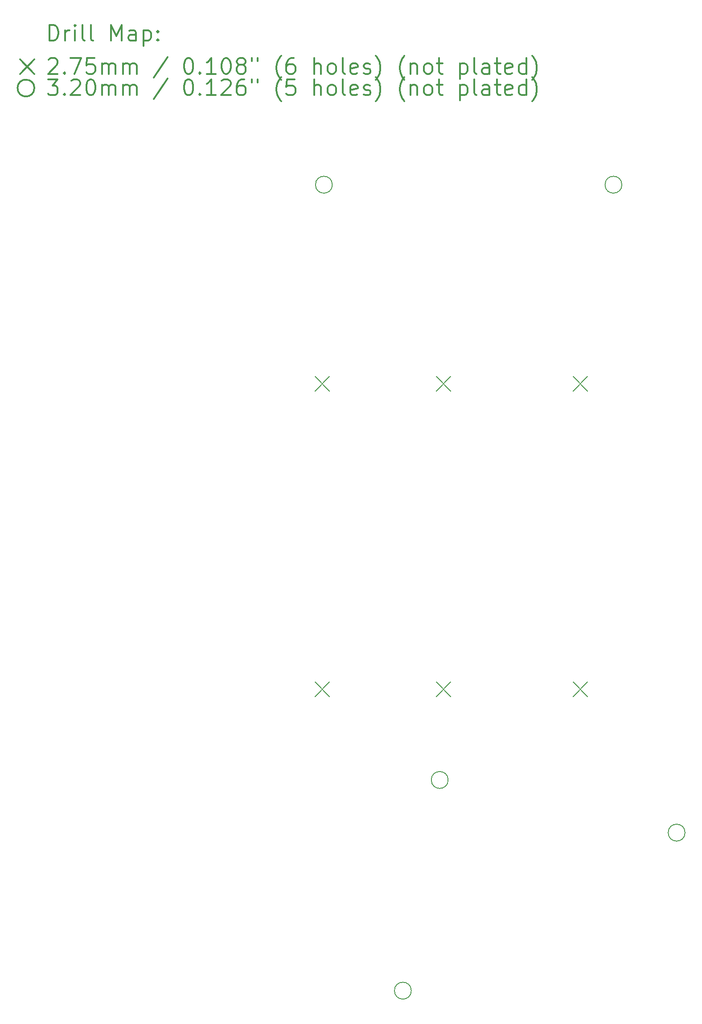
<source format=gbr>
%FSLAX45Y45*%
G04 Gerber Fmt 4.5, Leading zero omitted, Abs format (unit mm)*
G04 Created by KiCad (PCBNEW 5.1.9) date 2021-06-11 19:49:45*
%MOMM*%
%LPD*%
G01*
G04 APERTURE LIST*
%ADD10C,0.200000*%
%ADD11C,0.300000*%
G04 APERTURE END LIST*
D10*
X5332500Y-6842500D02*
X5607500Y-7117500D01*
X5607500Y-6842500D02*
X5332500Y-7117500D01*
X5332500Y-12642500D02*
X5607500Y-12917500D01*
X5607500Y-12642500D02*
X5332500Y-12917500D01*
X7632500Y-6842500D02*
X7907500Y-7117500D01*
X7907500Y-6842500D02*
X7632500Y-7117500D01*
X7632500Y-12642500D02*
X7907500Y-12917500D01*
X7907500Y-12642500D02*
X7632500Y-12917500D01*
X10232500Y-6842500D02*
X10507500Y-7117500D01*
X10507500Y-6842500D02*
X10232500Y-7117500D01*
X10232500Y-12642500D02*
X10507500Y-12917500D01*
X10507500Y-12642500D02*
X10232500Y-12917500D01*
X5660000Y-3200000D02*
G75*
G03*
X5660000Y-3200000I-160000J0D01*
G01*
X7160000Y-18500000D02*
G75*
G03*
X7160000Y-18500000I-160000J0D01*
G01*
X7860000Y-14500000D02*
G75*
G03*
X7860000Y-14500000I-160000J0D01*
G01*
X11160000Y-3200000D02*
G75*
G03*
X11160000Y-3200000I-160000J0D01*
G01*
X12360000Y-15500000D02*
G75*
G03*
X12360000Y-15500000I-160000J0D01*
G01*
D11*
X286429Y-465714D02*
X286429Y-165714D01*
X357857Y-165714D01*
X400714Y-180000D01*
X429286Y-208571D01*
X443571Y-237143D01*
X457857Y-294286D01*
X457857Y-337143D01*
X443571Y-394286D01*
X429286Y-422857D01*
X400714Y-451428D01*
X357857Y-465714D01*
X286429Y-465714D01*
X586429Y-465714D02*
X586429Y-265714D01*
X586429Y-322857D02*
X600714Y-294286D01*
X615000Y-280000D01*
X643571Y-265714D01*
X672143Y-265714D01*
X772143Y-465714D02*
X772143Y-265714D01*
X772143Y-165714D02*
X757857Y-180000D01*
X772143Y-194286D01*
X786428Y-180000D01*
X772143Y-165714D01*
X772143Y-194286D01*
X957857Y-465714D02*
X929286Y-451428D01*
X915000Y-422857D01*
X915000Y-165714D01*
X1115000Y-465714D02*
X1086429Y-451428D01*
X1072143Y-422857D01*
X1072143Y-165714D01*
X1457857Y-465714D02*
X1457857Y-165714D01*
X1557857Y-380000D01*
X1657857Y-165714D01*
X1657857Y-465714D01*
X1929286Y-465714D02*
X1929286Y-308571D01*
X1915000Y-280000D01*
X1886428Y-265714D01*
X1829286Y-265714D01*
X1800714Y-280000D01*
X1929286Y-451428D02*
X1900714Y-465714D01*
X1829286Y-465714D01*
X1800714Y-451428D01*
X1786428Y-422857D01*
X1786428Y-394286D01*
X1800714Y-365714D01*
X1829286Y-351428D01*
X1900714Y-351428D01*
X1929286Y-337143D01*
X2072143Y-265714D02*
X2072143Y-565714D01*
X2072143Y-280000D02*
X2100714Y-265714D01*
X2157857Y-265714D01*
X2186429Y-280000D01*
X2200714Y-294286D01*
X2215000Y-322857D01*
X2215000Y-408571D01*
X2200714Y-437143D01*
X2186429Y-451428D01*
X2157857Y-465714D01*
X2100714Y-465714D01*
X2072143Y-451428D01*
X2343571Y-437143D02*
X2357857Y-451428D01*
X2343571Y-465714D01*
X2329286Y-451428D01*
X2343571Y-437143D01*
X2343571Y-465714D01*
X2343571Y-280000D02*
X2357857Y-294286D01*
X2343571Y-308571D01*
X2329286Y-294286D01*
X2343571Y-280000D01*
X2343571Y-308571D01*
X-275000Y-822500D02*
X0Y-1097500D01*
X0Y-822500D02*
X-275000Y-1097500D01*
X272143Y-824286D02*
X286429Y-810000D01*
X315000Y-795714D01*
X386428Y-795714D01*
X415000Y-810000D01*
X429286Y-824286D01*
X443571Y-852857D01*
X443571Y-881428D01*
X429286Y-924286D01*
X257857Y-1095714D01*
X443571Y-1095714D01*
X572143Y-1067143D02*
X586429Y-1081429D01*
X572143Y-1095714D01*
X557857Y-1081429D01*
X572143Y-1067143D01*
X572143Y-1095714D01*
X686429Y-795714D02*
X886428Y-795714D01*
X757857Y-1095714D01*
X1143571Y-795714D02*
X1000714Y-795714D01*
X986428Y-938571D01*
X1000714Y-924286D01*
X1029286Y-910000D01*
X1100714Y-910000D01*
X1129286Y-924286D01*
X1143571Y-938571D01*
X1157857Y-967143D01*
X1157857Y-1038571D01*
X1143571Y-1067143D01*
X1129286Y-1081429D01*
X1100714Y-1095714D01*
X1029286Y-1095714D01*
X1000714Y-1081429D01*
X986428Y-1067143D01*
X1286429Y-1095714D02*
X1286429Y-895714D01*
X1286429Y-924286D02*
X1300714Y-910000D01*
X1329286Y-895714D01*
X1372143Y-895714D01*
X1400714Y-910000D01*
X1415000Y-938571D01*
X1415000Y-1095714D01*
X1415000Y-938571D02*
X1429286Y-910000D01*
X1457857Y-895714D01*
X1500714Y-895714D01*
X1529286Y-910000D01*
X1543571Y-938571D01*
X1543571Y-1095714D01*
X1686428Y-1095714D02*
X1686428Y-895714D01*
X1686428Y-924286D02*
X1700714Y-910000D01*
X1729286Y-895714D01*
X1772143Y-895714D01*
X1800714Y-910000D01*
X1815000Y-938571D01*
X1815000Y-1095714D01*
X1815000Y-938571D02*
X1829286Y-910000D01*
X1857857Y-895714D01*
X1900714Y-895714D01*
X1929286Y-910000D01*
X1943571Y-938571D01*
X1943571Y-1095714D01*
X2529286Y-781428D02*
X2272143Y-1167143D01*
X2915000Y-795714D02*
X2943571Y-795714D01*
X2972143Y-810000D01*
X2986428Y-824286D01*
X3000714Y-852857D01*
X3015000Y-910000D01*
X3015000Y-981428D01*
X3000714Y-1038571D01*
X2986428Y-1067143D01*
X2972143Y-1081429D01*
X2943571Y-1095714D01*
X2915000Y-1095714D01*
X2886428Y-1081429D01*
X2872143Y-1067143D01*
X2857857Y-1038571D01*
X2843571Y-981428D01*
X2843571Y-910000D01*
X2857857Y-852857D01*
X2872143Y-824286D01*
X2886428Y-810000D01*
X2915000Y-795714D01*
X3143571Y-1067143D02*
X3157857Y-1081429D01*
X3143571Y-1095714D01*
X3129286Y-1081429D01*
X3143571Y-1067143D01*
X3143571Y-1095714D01*
X3443571Y-1095714D02*
X3272143Y-1095714D01*
X3357857Y-1095714D02*
X3357857Y-795714D01*
X3329286Y-838571D01*
X3300714Y-867143D01*
X3272143Y-881428D01*
X3629286Y-795714D02*
X3657857Y-795714D01*
X3686428Y-810000D01*
X3700714Y-824286D01*
X3715000Y-852857D01*
X3729286Y-910000D01*
X3729286Y-981428D01*
X3715000Y-1038571D01*
X3700714Y-1067143D01*
X3686428Y-1081429D01*
X3657857Y-1095714D01*
X3629286Y-1095714D01*
X3600714Y-1081429D01*
X3586428Y-1067143D01*
X3572143Y-1038571D01*
X3557857Y-981428D01*
X3557857Y-910000D01*
X3572143Y-852857D01*
X3586428Y-824286D01*
X3600714Y-810000D01*
X3629286Y-795714D01*
X3900714Y-924286D02*
X3872143Y-910000D01*
X3857857Y-895714D01*
X3843571Y-867143D01*
X3843571Y-852857D01*
X3857857Y-824286D01*
X3872143Y-810000D01*
X3900714Y-795714D01*
X3957857Y-795714D01*
X3986428Y-810000D01*
X4000714Y-824286D01*
X4015000Y-852857D01*
X4015000Y-867143D01*
X4000714Y-895714D01*
X3986428Y-910000D01*
X3957857Y-924286D01*
X3900714Y-924286D01*
X3872143Y-938571D01*
X3857857Y-952857D01*
X3843571Y-981428D01*
X3843571Y-1038571D01*
X3857857Y-1067143D01*
X3872143Y-1081429D01*
X3900714Y-1095714D01*
X3957857Y-1095714D01*
X3986428Y-1081429D01*
X4000714Y-1067143D01*
X4015000Y-1038571D01*
X4015000Y-981428D01*
X4000714Y-952857D01*
X3986428Y-938571D01*
X3957857Y-924286D01*
X4129286Y-795714D02*
X4129286Y-852857D01*
X4243571Y-795714D02*
X4243571Y-852857D01*
X4686429Y-1210000D02*
X4672143Y-1195714D01*
X4643571Y-1152857D01*
X4629286Y-1124286D01*
X4615000Y-1081429D01*
X4600714Y-1010000D01*
X4600714Y-952857D01*
X4615000Y-881428D01*
X4629286Y-838571D01*
X4643571Y-810000D01*
X4672143Y-767143D01*
X4686429Y-752857D01*
X4929286Y-795714D02*
X4872143Y-795714D01*
X4843571Y-810000D01*
X4829286Y-824286D01*
X4800714Y-867143D01*
X4786429Y-924286D01*
X4786429Y-1038571D01*
X4800714Y-1067143D01*
X4815000Y-1081429D01*
X4843571Y-1095714D01*
X4900714Y-1095714D01*
X4929286Y-1081429D01*
X4943571Y-1067143D01*
X4957857Y-1038571D01*
X4957857Y-967143D01*
X4943571Y-938571D01*
X4929286Y-924286D01*
X4900714Y-910000D01*
X4843571Y-910000D01*
X4815000Y-924286D01*
X4800714Y-938571D01*
X4786429Y-967143D01*
X5315000Y-1095714D02*
X5315000Y-795714D01*
X5443571Y-1095714D02*
X5443571Y-938571D01*
X5429286Y-910000D01*
X5400714Y-895714D01*
X5357857Y-895714D01*
X5329286Y-910000D01*
X5315000Y-924286D01*
X5629286Y-1095714D02*
X5600714Y-1081429D01*
X5586429Y-1067143D01*
X5572143Y-1038571D01*
X5572143Y-952857D01*
X5586429Y-924286D01*
X5600714Y-910000D01*
X5629286Y-895714D01*
X5672143Y-895714D01*
X5700714Y-910000D01*
X5715000Y-924286D01*
X5729286Y-952857D01*
X5729286Y-1038571D01*
X5715000Y-1067143D01*
X5700714Y-1081429D01*
X5672143Y-1095714D01*
X5629286Y-1095714D01*
X5900714Y-1095714D02*
X5872143Y-1081429D01*
X5857857Y-1052857D01*
X5857857Y-795714D01*
X6129286Y-1081429D02*
X6100714Y-1095714D01*
X6043571Y-1095714D01*
X6015000Y-1081429D01*
X6000714Y-1052857D01*
X6000714Y-938571D01*
X6015000Y-910000D01*
X6043571Y-895714D01*
X6100714Y-895714D01*
X6129286Y-910000D01*
X6143571Y-938571D01*
X6143571Y-967143D01*
X6000714Y-995714D01*
X6257857Y-1081429D02*
X6286428Y-1095714D01*
X6343571Y-1095714D01*
X6372143Y-1081429D01*
X6386428Y-1052857D01*
X6386428Y-1038571D01*
X6372143Y-1010000D01*
X6343571Y-995714D01*
X6300714Y-995714D01*
X6272143Y-981428D01*
X6257857Y-952857D01*
X6257857Y-938571D01*
X6272143Y-910000D01*
X6300714Y-895714D01*
X6343571Y-895714D01*
X6372143Y-910000D01*
X6486428Y-1210000D02*
X6500714Y-1195714D01*
X6529286Y-1152857D01*
X6543571Y-1124286D01*
X6557857Y-1081429D01*
X6572143Y-1010000D01*
X6572143Y-952857D01*
X6557857Y-881428D01*
X6543571Y-838571D01*
X6529286Y-810000D01*
X6500714Y-767143D01*
X6486428Y-752857D01*
X7029286Y-1210000D02*
X7015000Y-1195714D01*
X6986428Y-1152857D01*
X6972143Y-1124286D01*
X6957857Y-1081429D01*
X6943571Y-1010000D01*
X6943571Y-952857D01*
X6957857Y-881428D01*
X6972143Y-838571D01*
X6986428Y-810000D01*
X7015000Y-767143D01*
X7029286Y-752857D01*
X7143571Y-895714D02*
X7143571Y-1095714D01*
X7143571Y-924286D02*
X7157857Y-910000D01*
X7186428Y-895714D01*
X7229286Y-895714D01*
X7257857Y-910000D01*
X7272143Y-938571D01*
X7272143Y-1095714D01*
X7457857Y-1095714D02*
X7429286Y-1081429D01*
X7415000Y-1067143D01*
X7400714Y-1038571D01*
X7400714Y-952857D01*
X7415000Y-924286D01*
X7429286Y-910000D01*
X7457857Y-895714D01*
X7500714Y-895714D01*
X7529286Y-910000D01*
X7543571Y-924286D01*
X7557857Y-952857D01*
X7557857Y-1038571D01*
X7543571Y-1067143D01*
X7529286Y-1081429D01*
X7500714Y-1095714D01*
X7457857Y-1095714D01*
X7643571Y-895714D02*
X7757857Y-895714D01*
X7686428Y-795714D02*
X7686428Y-1052857D01*
X7700714Y-1081429D01*
X7729286Y-1095714D01*
X7757857Y-1095714D01*
X8086428Y-895714D02*
X8086428Y-1195714D01*
X8086428Y-910000D02*
X8115000Y-895714D01*
X8172143Y-895714D01*
X8200714Y-910000D01*
X8215000Y-924286D01*
X8229286Y-952857D01*
X8229286Y-1038571D01*
X8215000Y-1067143D01*
X8200714Y-1081429D01*
X8172143Y-1095714D01*
X8115000Y-1095714D01*
X8086428Y-1081429D01*
X8400714Y-1095714D02*
X8372143Y-1081429D01*
X8357857Y-1052857D01*
X8357857Y-795714D01*
X8643571Y-1095714D02*
X8643571Y-938571D01*
X8629286Y-910000D01*
X8600714Y-895714D01*
X8543571Y-895714D01*
X8515000Y-910000D01*
X8643571Y-1081429D02*
X8615000Y-1095714D01*
X8543571Y-1095714D01*
X8515000Y-1081429D01*
X8500714Y-1052857D01*
X8500714Y-1024286D01*
X8515000Y-995714D01*
X8543571Y-981428D01*
X8615000Y-981428D01*
X8643571Y-967143D01*
X8743571Y-895714D02*
X8857857Y-895714D01*
X8786429Y-795714D02*
X8786429Y-1052857D01*
X8800714Y-1081429D01*
X8829286Y-1095714D01*
X8857857Y-1095714D01*
X9072143Y-1081429D02*
X9043571Y-1095714D01*
X8986429Y-1095714D01*
X8957857Y-1081429D01*
X8943571Y-1052857D01*
X8943571Y-938571D01*
X8957857Y-910000D01*
X8986429Y-895714D01*
X9043571Y-895714D01*
X9072143Y-910000D01*
X9086429Y-938571D01*
X9086429Y-967143D01*
X8943571Y-995714D01*
X9343571Y-1095714D02*
X9343571Y-795714D01*
X9343571Y-1081429D02*
X9315000Y-1095714D01*
X9257857Y-1095714D01*
X9229286Y-1081429D01*
X9215000Y-1067143D01*
X9200714Y-1038571D01*
X9200714Y-952857D01*
X9215000Y-924286D01*
X9229286Y-910000D01*
X9257857Y-895714D01*
X9315000Y-895714D01*
X9343571Y-910000D01*
X9457857Y-1210000D02*
X9472143Y-1195714D01*
X9500714Y-1152857D01*
X9515000Y-1124286D01*
X9529286Y-1081429D01*
X9543571Y-1010000D01*
X9543571Y-952857D01*
X9529286Y-881428D01*
X9515000Y-838571D01*
X9500714Y-810000D01*
X9472143Y-767143D01*
X9457857Y-752857D01*
X0Y-1365000D02*
G75*
G03*
X0Y-1365000I-160000J0D01*
G01*
X257857Y-1200714D02*
X443571Y-1200714D01*
X343571Y-1315000D01*
X386428Y-1315000D01*
X415000Y-1329286D01*
X429286Y-1343571D01*
X443571Y-1372143D01*
X443571Y-1443571D01*
X429286Y-1472143D01*
X415000Y-1486428D01*
X386428Y-1500714D01*
X300714Y-1500714D01*
X272143Y-1486428D01*
X257857Y-1472143D01*
X572143Y-1472143D02*
X586429Y-1486428D01*
X572143Y-1500714D01*
X557857Y-1486428D01*
X572143Y-1472143D01*
X572143Y-1500714D01*
X700714Y-1229286D02*
X715000Y-1215000D01*
X743571Y-1200714D01*
X815000Y-1200714D01*
X843571Y-1215000D01*
X857857Y-1229286D01*
X872143Y-1257857D01*
X872143Y-1286429D01*
X857857Y-1329286D01*
X686429Y-1500714D01*
X872143Y-1500714D01*
X1057857Y-1200714D02*
X1086429Y-1200714D01*
X1115000Y-1215000D01*
X1129286Y-1229286D01*
X1143571Y-1257857D01*
X1157857Y-1315000D01*
X1157857Y-1386429D01*
X1143571Y-1443571D01*
X1129286Y-1472143D01*
X1115000Y-1486428D01*
X1086429Y-1500714D01*
X1057857Y-1500714D01*
X1029286Y-1486428D01*
X1015000Y-1472143D01*
X1000714Y-1443571D01*
X986428Y-1386429D01*
X986428Y-1315000D01*
X1000714Y-1257857D01*
X1015000Y-1229286D01*
X1029286Y-1215000D01*
X1057857Y-1200714D01*
X1286429Y-1500714D02*
X1286429Y-1300714D01*
X1286429Y-1329286D02*
X1300714Y-1315000D01*
X1329286Y-1300714D01*
X1372143Y-1300714D01*
X1400714Y-1315000D01*
X1415000Y-1343571D01*
X1415000Y-1500714D01*
X1415000Y-1343571D02*
X1429286Y-1315000D01*
X1457857Y-1300714D01*
X1500714Y-1300714D01*
X1529286Y-1315000D01*
X1543571Y-1343571D01*
X1543571Y-1500714D01*
X1686428Y-1500714D02*
X1686428Y-1300714D01*
X1686428Y-1329286D02*
X1700714Y-1315000D01*
X1729286Y-1300714D01*
X1772143Y-1300714D01*
X1800714Y-1315000D01*
X1815000Y-1343571D01*
X1815000Y-1500714D01*
X1815000Y-1343571D02*
X1829286Y-1315000D01*
X1857857Y-1300714D01*
X1900714Y-1300714D01*
X1929286Y-1315000D01*
X1943571Y-1343571D01*
X1943571Y-1500714D01*
X2529286Y-1186429D02*
X2272143Y-1572143D01*
X2915000Y-1200714D02*
X2943571Y-1200714D01*
X2972143Y-1215000D01*
X2986428Y-1229286D01*
X3000714Y-1257857D01*
X3015000Y-1315000D01*
X3015000Y-1386429D01*
X3000714Y-1443571D01*
X2986428Y-1472143D01*
X2972143Y-1486428D01*
X2943571Y-1500714D01*
X2915000Y-1500714D01*
X2886428Y-1486428D01*
X2872143Y-1472143D01*
X2857857Y-1443571D01*
X2843571Y-1386429D01*
X2843571Y-1315000D01*
X2857857Y-1257857D01*
X2872143Y-1229286D01*
X2886428Y-1215000D01*
X2915000Y-1200714D01*
X3143571Y-1472143D02*
X3157857Y-1486428D01*
X3143571Y-1500714D01*
X3129286Y-1486428D01*
X3143571Y-1472143D01*
X3143571Y-1500714D01*
X3443571Y-1500714D02*
X3272143Y-1500714D01*
X3357857Y-1500714D02*
X3357857Y-1200714D01*
X3329286Y-1243571D01*
X3300714Y-1272143D01*
X3272143Y-1286429D01*
X3557857Y-1229286D02*
X3572143Y-1215000D01*
X3600714Y-1200714D01*
X3672143Y-1200714D01*
X3700714Y-1215000D01*
X3715000Y-1229286D01*
X3729286Y-1257857D01*
X3729286Y-1286429D01*
X3715000Y-1329286D01*
X3543571Y-1500714D01*
X3729286Y-1500714D01*
X3986428Y-1200714D02*
X3929286Y-1200714D01*
X3900714Y-1215000D01*
X3886428Y-1229286D01*
X3857857Y-1272143D01*
X3843571Y-1329286D01*
X3843571Y-1443571D01*
X3857857Y-1472143D01*
X3872143Y-1486428D01*
X3900714Y-1500714D01*
X3957857Y-1500714D01*
X3986428Y-1486428D01*
X4000714Y-1472143D01*
X4015000Y-1443571D01*
X4015000Y-1372143D01*
X4000714Y-1343571D01*
X3986428Y-1329286D01*
X3957857Y-1315000D01*
X3900714Y-1315000D01*
X3872143Y-1329286D01*
X3857857Y-1343571D01*
X3843571Y-1372143D01*
X4129286Y-1200714D02*
X4129286Y-1257857D01*
X4243571Y-1200714D02*
X4243571Y-1257857D01*
X4686429Y-1615000D02*
X4672143Y-1600714D01*
X4643571Y-1557857D01*
X4629286Y-1529286D01*
X4615000Y-1486428D01*
X4600714Y-1415000D01*
X4600714Y-1357857D01*
X4615000Y-1286429D01*
X4629286Y-1243571D01*
X4643571Y-1215000D01*
X4672143Y-1172143D01*
X4686429Y-1157857D01*
X4943571Y-1200714D02*
X4800714Y-1200714D01*
X4786429Y-1343571D01*
X4800714Y-1329286D01*
X4829286Y-1315000D01*
X4900714Y-1315000D01*
X4929286Y-1329286D01*
X4943571Y-1343571D01*
X4957857Y-1372143D01*
X4957857Y-1443571D01*
X4943571Y-1472143D01*
X4929286Y-1486428D01*
X4900714Y-1500714D01*
X4829286Y-1500714D01*
X4800714Y-1486428D01*
X4786429Y-1472143D01*
X5315000Y-1500714D02*
X5315000Y-1200714D01*
X5443571Y-1500714D02*
X5443571Y-1343571D01*
X5429286Y-1315000D01*
X5400714Y-1300714D01*
X5357857Y-1300714D01*
X5329286Y-1315000D01*
X5315000Y-1329286D01*
X5629286Y-1500714D02*
X5600714Y-1486428D01*
X5586429Y-1472143D01*
X5572143Y-1443571D01*
X5572143Y-1357857D01*
X5586429Y-1329286D01*
X5600714Y-1315000D01*
X5629286Y-1300714D01*
X5672143Y-1300714D01*
X5700714Y-1315000D01*
X5715000Y-1329286D01*
X5729286Y-1357857D01*
X5729286Y-1443571D01*
X5715000Y-1472143D01*
X5700714Y-1486428D01*
X5672143Y-1500714D01*
X5629286Y-1500714D01*
X5900714Y-1500714D02*
X5872143Y-1486428D01*
X5857857Y-1457857D01*
X5857857Y-1200714D01*
X6129286Y-1486428D02*
X6100714Y-1500714D01*
X6043571Y-1500714D01*
X6015000Y-1486428D01*
X6000714Y-1457857D01*
X6000714Y-1343571D01*
X6015000Y-1315000D01*
X6043571Y-1300714D01*
X6100714Y-1300714D01*
X6129286Y-1315000D01*
X6143571Y-1343571D01*
X6143571Y-1372143D01*
X6000714Y-1400714D01*
X6257857Y-1486428D02*
X6286428Y-1500714D01*
X6343571Y-1500714D01*
X6372143Y-1486428D01*
X6386428Y-1457857D01*
X6386428Y-1443571D01*
X6372143Y-1415000D01*
X6343571Y-1400714D01*
X6300714Y-1400714D01*
X6272143Y-1386429D01*
X6257857Y-1357857D01*
X6257857Y-1343571D01*
X6272143Y-1315000D01*
X6300714Y-1300714D01*
X6343571Y-1300714D01*
X6372143Y-1315000D01*
X6486428Y-1615000D02*
X6500714Y-1600714D01*
X6529286Y-1557857D01*
X6543571Y-1529286D01*
X6557857Y-1486428D01*
X6572143Y-1415000D01*
X6572143Y-1357857D01*
X6557857Y-1286429D01*
X6543571Y-1243571D01*
X6529286Y-1215000D01*
X6500714Y-1172143D01*
X6486428Y-1157857D01*
X7029286Y-1615000D02*
X7015000Y-1600714D01*
X6986428Y-1557857D01*
X6972143Y-1529286D01*
X6957857Y-1486428D01*
X6943571Y-1415000D01*
X6943571Y-1357857D01*
X6957857Y-1286429D01*
X6972143Y-1243571D01*
X6986428Y-1215000D01*
X7015000Y-1172143D01*
X7029286Y-1157857D01*
X7143571Y-1300714D02*
X7143571Y-1500714D01*
X7143571Y-1329286D02*
X7157857Y-1315000D01*
X7186428Y-1300714D01*
X7229286Y-1300714D01*
X7257857Y-1315000D01*
X7272143Y-1343571D01*
X7272143Y-1500714D01*
X7457857Y-1500714D02*
X7429286Y-1486428D01*
X7415000Y-1472143D01*
X7400714Y-1443571D01*
X7400714Y-1357857D01*
X7415000Y-1329286D01*
X7429286Y-1315000D01*
X7457857Y-1300714D01*
X7500714Y-1300714D01*
X7529286Y-1315000D01*
X7543571Y-1329286D01*
X7557857Y-1357857D01*
X7557857Y-1443571D01*
X7543571Y-1472143D01*
X7529286Y-1486428D01*
X7500714Y-1500714D01*
X7457857Y-1500714D01*
X7643571Y-1300714D02*
X7757857Y-1300714D01*
X7686428Y-1200714D02*
X7686428Y-1457857D01*
X7700714Y-1486428D01*
X7729286Y-1500714D01*
X7757857Y-1500714D01*
X8086428Y-1300714D02*
X8086428Y-1600714D01*
X8086428Y-1315000D02*
X8115000Y-1300714D01*
X8172143Y-1300714D01*
X8200714Y-1315000D01*
X8215000Y-1329286D01*
X8229286Y-1357857D01*
X8229286Y-1443571D01*
X8215000Y-1472143D01*
X8200714Y-1486428D01*
X8172143Y-1500714D01*
X8115000Y-1500714D01*
X8086428Y-1486428D01*
X8400714Y-1500714D02*
X8372143Y-1486428D01*
X8357857Y-1457857D01*
X8357857Y-1200714D01*
X8643571Y-1500714D02*
X8643571Y-1343571D01*
X8629286Y-1315000D01*
X8600714Y-1300714D01*
X8543571Y-1300714D01*
X8515000Y-1315000D01*
X8643571Y-1486428D02*
X8615000Y-1500714D01*
X8543571Y-1500714D01*
X8515000Y-1486428D01*
X8500714Y-1457857D01*
X8500714Y-1429286D01*
X8515000Y-1400714D01*
X8543571Y-1386429D01*
X8615000Y-1386429D01*
X8643571Y-1372143D01*
X8743571Y-1300714D02*
X8857857Y-1300714D01*
X8786429Y-1200714D02*
X8786429Y-1457857D01*
X8800714Y-1486428D01*
X8829286Y-1500714D01*
X8857857Y-1500714D01*
X9072143Y-1486428D02*
X9043571Y-1500714D01*
X8986429Y-1500714D01*
X8957857Y-1486428D01*
X8943571Y-1457857D01*
X8943571Y-1343571D01*
X8957857Y-1315000D01*
X8986429Y-1300714D01*
X9043571Y-1300714D01*
X9072143Y-1315000D01*
X9086429Y-1343571D01*
X9086429Y-1372143D01*
X8943571Y-1400714D01*
X9343571Y-1500714D02*
X9343571Y-1200714D01*
X9343571Y-1486428D02*
X9315000Y-1500714D01*
X9257857Y-1500714D01*
X9229286Y-1486428D01*
X9215000Y-1472143D01*
X9200714Y-1443571D01*
X9200714Y-1357857D01*
X9215000Y-1329286D01*
X9229286Y-1315000D01*
X9257857Y-1300714D01*
X9315000Y-1300714D01*
X9343571Y-1315000D01*
X9457857Y-1615000D02*
X9472143Y-1600714D01*
X9500714Y-1557857D01*
X9515000Y-1529286D01*
X9529286Y-1486428D01*
X9543571Y-1415000D01*
X9543571Y-1357857D01*
X9529286Y-1286429D01*
X9515000Y-1243571D01*
X9500714Y-1215000D01*
X9472143Y-1172143D01*
X9457857Y-1157857D01*
M02*

</source>
